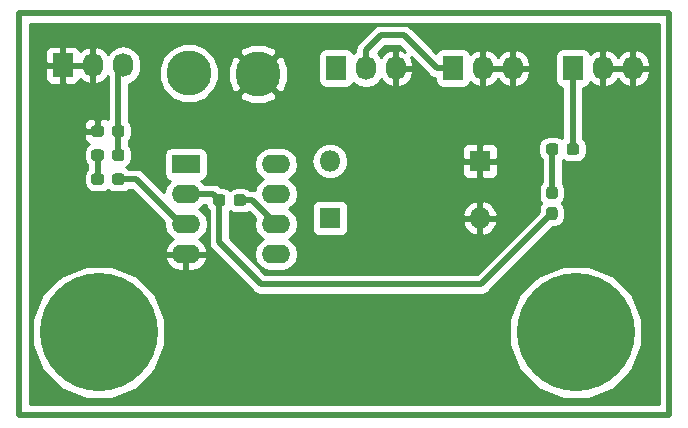
<source format=gbr>
%TF.GenerationSoftware,KiCad,Pcbnew,5.0.2-bee76a0~70~ubuntu18.04.1*%
%TF.CreationDate,2019-07-21T13:21:52-06:00*%
%TF.ProjectId,MX+ Distortion Pedal,4d582b20-4469-4737-946f-7274696f6e20,rev?*%
%TF.SameCoordinates,Original*%
%TF.FileFunction,Copper,L2,Bot*%
%TF.FilePolarity,Positive*%
%FSLAX46Y46*%
G04 Gerber Fmt 4.6, Leading zero omitted, Abs format (unit mm)*
G04 Created by KiCad (PCBNEW 5.0.2-bee76a0~70~ubuntu18.04.1) date Sun 21 Jul 2019 01:21:52 PM MDT*
%MOMM*%
%LPD*%
G01*
G04 APERTURE LIST*
%ADD10C,0.500000*%
%ADD11C,10.000000*%
%ADD12C,0.100000*%
%ADD13C,0.950000*%
%ADD14O,1.800000X1.800000*%
%ADD15R,1.800000X1.800000*%
%ADD16O,1.730000X2.030000*%
%ADD17R,1.730000X2.030000*%
%ADD18O,2.400000X1.600000*%
%ADD19R,2.400000X1.600000*%
%ADD20C,3.810000*%
%ADD21C,0.508000*%
%ADD22C,0.254000*%
G04 APERTURE END LIST*
D10*
X40000000Y-70000000D02*
X95000000Y-70000000D01*
X95000000Y-36000000D02*
X95000000Y-70000000D01*
X40000000Y-36000000D02*
X40000000Y-70000000D01*
X40000000Y-36000000D02*
X95000000Y-36000000D01*
D11*
X87122000Y-62992000D03*
X46736000Y-62992000D03*
D12*
G36*
X46933779Y-45500144D02*
X46956834Y-45503563D01*
X46979443Y-45509227D01*
X47001387Y-45517079D01*
X47022457Y-45527044D01*
X47042448Y-45539026D01*
X47061168Y-45552910D01*
X47078438Y-45568562D01*
X47094090Y-45585832D01*
X47107974Y-45604552D01*
X47119956Y-45624543D01*
X47129921Y-45645613D01*
X47137773Y-45667557D01*
X47143437Y-45690166D01*
X47146856Y-45713221D01*
X47148000Y-45736500D01*
X47148000Y-46211500D01*
X47146856Y-46234779D01*
X47143437Y-46257834D01*
X47137773Y-46280443D01*
X47129921Y-46302387D01*
X47119956Y-46323457D01*
X47107974Y-46343448D01*
X47094090Y-46362168D01*
X47078438Y-46379438D01*
X47061168Y-46395090D01*
X47042448Y-46408974D01*
X47022457Y-46420956D01*
X47001387Y-46430921D01*
X46979443Y-46438773D01*
X46956834Y-46444437D01*
X46933779Y-46447856D01*
X46910500Y-46449000D01*
X46335500Y-46449000D01*
X46312221Y-46447856D01*
X46289166Y-46444437D01*
X46266557Y-46438773D01*
X46244613Y-46430921D01*
X46223543Y-46420956D01*
X46203552Y-46408974D01*
X46184832Y-46395090D01*
X46167562Y-46379438D01*
X46151910Y-46362168D01*
X46138026Y-46343448D01*
X46126044Y-46323457D01*
X46116079Y-46302387D01*
X46108227Y-46280443D01*
X46102563Y-46257834D01*
X46099144Y-46234779D01*
X46098000Y-46211500D01*
X46098000Y-45736500D01*
X46099144Y-45713221D01*
X46102563Y-45690166D01*
X46108227Y-45667557D01*
X46116079Y-45645613D01*
X46126044Y-45624543D01*
X46138026Y-45604552D01*
X46151910Y-45585832D01*
X46167562Y-45568562D01*
X46184832Y-45552910D01*
X46203552Y-45539026D01*
X46223543Y-45527044D01*
X46244613Y-45517079D01*
X46266557Y-45509227D01*
X46289166Y-45503563D01*
X46312221Y-45500144D01*
X46335500Y-45499000D01*
X46910500Y-45499000D01*
X46933779Y-45500144D01*
X46933779Y-45500144D01*
G37*
D13*
X46623000Y-45974000D03*
D12*
G36*
X48683779Y-45500144D02*
X48706834Y-45503563D01*
X48729443Y-45509227D01*
X48751387Y-45517079D01*
X48772457Y-45527044D01*
X48792448Y-45539026D01*
X48811168Y-45552910D01*
X48828438Y-45568562D01*
X48844090Y-45585832D01*
X48857974Y-45604552D01*
X48869956Y-45624543D01*
X48879921Y-45645613D01*
X48887773Y-45667557D01*
X48893437Y-45690166D01*
X48896856Y-45713221D01*
X48898000Y-45736500D01*
X48898000Y-46211500D01*
X48896856Y-46234779D01*
X48893437Y-46257834D01*
X48887773Y-46280443D01*
X48879921Y-46302387D01*
X48869956Y-46323457D01*
X48857974Y-46343448D01*
X48844090Y-46362168D01*
X48828438Y-46379438D01*
X48811168Y-46395090D01*
X48792448Y-46408974D01*
X48772457Y-46420956D01*
X48751387Y-46430921D01*
X48729443Y-46438773D01*
X48706834Y-46444437D01*
X48683779Y-46447856D01*
X48660500Y-46449000D01*
X48085500Y-46449000D01*
X48062221Y-46447856D01*
X48039166Y-46444437D01*
X48016557Y-46438773D01*
X47994613Y-46430921D01*
X47973543Y-46420956D01*
X47953552Y-46408974D01*
X47934832Y-46395090D01*
X47917562Y-46379438D01*
X47901910Y-46362168D01*
X47888026Y-46343448D01*
X47876044Y-46323457D01*
X47866079Y-46302387D01*
X47858227Y-46280443D01*
X47852563Y-46257834D01*
X47849144Y-46234779D01*
X47848000Y-46211500D01*
X47848000Y-45736500D01*
X47849144Y-45713221D01*
X47852563Y-45690166D01*
X47858227Y-45667557D01*
X47866079Y-45645613D01*
X47876044Y-45624543D01*
X47888026Y-45604552D01*
X47901910Y-45585832D01*
X47917562Y-45568562D01*
X47934832Y-45552910D01*
X47953552Y-45539026D01*
X47973543Y-45527044D01*
X47994613Y-45517079D01*
X48016557Y-45509227D01*
X48039166Y-45503563D01*
X48062221Y-45500144D01*
X48085500Y-45499000D01*
X48660500Y-45499000D01*
X48683779Y-45500144D01*
X48683779Y-45500144D01*
G37*
D13*
X48373000Y-45974000D03*
D12*
G36*
X48683779Y-47532144D02*
X48706834Y-47535563D01*
X48729443Y-47541227D01*
X48751387Y-47549079D01*
X48772457Y-47559044D01*
X48792448Y-47571026D01*
X48811168Y-47584910D01*
X48828438Y-47600562D01*
X48844090Y-47617832D01*
X48857974Y-47636552D01*
X48869956Y-47656543D01*
X48879921Y-47677613D01*
X48887773Y-47699557D01*
X48893437Y-47722166D01*
X48896856Y-47745221D01*
X48898000Y-47768500D01*
X48898000Y-48243500D01*
X48896856Y-48266779D01*
X48893437Y-48289834D01*
X48887773Y-48312443D01*
X48879921Y-48334387D01*
X48869956Y-48355457D01*
X48857974Y-48375448D01*
X48844090Y-48394168D01*
X48828438Y-48411438D01*
X48811168Y-48427090D01*
X48792448Y-48440974D01*
X48772457Y-48452956D01*
X48751387Y-48462921D01*
X48729443Y-48470773D01*
X48706834Y-48476437D01*
X48683779Y-48479856D01*
X48660500Y-48481000D01*
X48085500Y-48481000D01*
X48062221Y-48479856D01*
X48039166Y-48476437D01*
X48016557Y-48470773D01*
X47994613Y-48462921D01*
X47973543Y-48452956D01*
X47953552Y-48440974D01*
X47934832Y-48427090D01*
X47917562Y-48411438D01*
X47901910Y-48394168D01*
X47888026Y-48375448D01*
X47876044Y-48355457D01*
X47866079Y-48334387D01*
X47858227Y-48312443D01*
X47852563Y-48289834D01*
X47849144Y-48266779D01*
X47848000Y-48243500D01*
X47848000Y-47768500D01*
X47849144Y-47745221D01*
X47852563Y-47722166D01*
X47858227Y-47699557D01*
X47866079Y-47677613D01*
X47876044Y-47656543D01*
X47888026Y-47636552D01*
X47901910Y-47617832D01*
X47917562Y-47600562D01*
X47934832Y-47584910D01*
X47953552Y-47571026D01*
X47973543Y-47559044D01*
X47994613Y-47549079D01*
X48016557Y-47541227D01*
X48039166Y-47535563D01*
X48062221Y-47532144D01*
X48085500Y-47531000D01*
X48660500Y-47531000D01*
X48683779Y-47532144D01*
X48683779Y-47532144D01*
G37*
D13*
X48373000Y-48006000D03*
D12*
G36*
X46933779Y-47532144D02*
X46956834Y-47535563D01*
X46979443Y-47541227D01*
X47001387Y-47549079D01*
X47022457Y-47559044D01*
X47042448Y-47571026D01*
X47061168Y-47584910D01*
X47078438Y-47600562D01*
X47094090Y-47617832D01*
X47107974Y-47636552D01*
X47119956Y-47656543D01*
X47129921Y-47677613D01*
X47137773Y-47699557D01*
X47143437Y-47722166D01*
X47146856Y-47745221D01*
X47148000Y-47768500D01*
X47148000Y-48243500D01*
X47146856Y-48266779D01*
X47143437Y-48289834D01*
X47137773Y-48312443D01*
X47129921Y-48334387D01*
X47119956Y-48355457D01*
X47107974Y-48375448D01*
X47094090Y-48394168D01*
X47078438Y-48411438D01*
X47061168Y-48427090D01*
X47042448Y-48440974D01*
X47022457Y-48452956D01*
X47001387Y-48462921D01*
X46979443Y-48470773D01*
X46956834Y-48476437D01*
X46933779Y-48479856D01*
X46910500Y-48481000D01*
X46335500Y-48481000D01*
X46312221Y-48479856D01*
X46289166Y-48476437D01*
X46266557Y-48470773D01*
X46244613Y-48462921D01*
X46223543Y-48452956D01*
X46203552Y-48440974D01*
X46184832Y-48427090D01*
X46167562Y-48411438D01*
X46151910Y-48394168D01*
X46138026Y-48375448D01*
X46126044Y-48355457D01*
X46116079Y-48334387D01*
X46108227Y-48312443D01*
X46102563Y-48289834D01*
X46099144Y-48266779D01*
X46098000Y-48243500D01*
X46098000Y-47768500D01*
X46099144Y-47745221D01*
X46102563Y-47722166D01*
X46108227Y-47699557D01*
X46116079Y-47677613D01*
X46126044Y-47656543D01*
X46138026Y-47636552D01*
X46151910Y-47617832D01*
X46167562Y-47600562D01*
X46184832Y-47584910D01*
X46203552Y-47571026D01*
X46223543Y-47559044D01*
X46244613Y-47549079D01*
X46266557Y-47541227D01*
X46289166Y-47535563D01*
X46312221Y-47532144D01*
X46335500Y-47531000D01*
X46910500Y-47531000D01*
X46933779Y-47532144D01*
X46933779Y-47532144D01*
G37*
D13*
X46623000Y-48006000D03*
D12*
G36*
X85350779Y-50671144D02*
X85373834Y-50674563D01*
X85396443Y-50680227D01*
X85418387Y-50688079D01*
X85439457Y-50698044D01*
X85459448Y-50710026D01*
X85478168Y-50723910D01*
X85495438Y-50739562D01*
X85511090Y-50756832D01*
X85524974Y-50775552D01*
X85536956Y-50795543D01*
X85546921Y-50816613D01*
X85554773Y-50838557D01*
X85560437Y-50861166D01*
X85563856Y-50884221D01*
X85565000Y-50907500D01*
X85565000Y-51482500D01*
X85563856Y-51505779D01*
X85560437Y-51528834D01*
X85554773Y-51551443D01*
X85546921Y-51573387D01*
X85536956Y-51594457D01*
X85524974Y-51614448D01*
X85511090Y-51633168D01*
X85495438Y-51650438D01*
X85478168Y-51666090D01*
X85459448Y-51679974D01*
X85439457Y-51691956D01*
X85418387Y-51701921D01*
X85396443Y-51709773D01*
X85373834Y-51715437D01*
X85350779Y-51718856D01*
X85327500Y-51720000D01*
X84852500Y-51720000D01*
X84829221Y-51718856D01*
X84806166Y-51715437D01*
X84783557Y-51709773D01*
X84761613Y-51701921D01*
X84740543Y-51691956D01*
X84720552Y-51679974D01*
X84701832Y-51666090D01*
X84684562Y-51650438D01*
X84668910Y-51633168D01*
X84655026Y-51614448D01*
X84643044Y-51594457D01*
X84633079Y-51573387D01*
X84625227Y-51551443D01*
X84619563Y-51528834D01*
X84616144Y-51505779D01*
X84615000Y-51482500D01*
X84615000Y-50907500D01*
X84616144Y-50884221D01*
X84619563Y-50861166D01*
X84625227Y-50838557D01*
X84633079Y-50816613D01*
X84643044Y-50795543D01*
X84655026Y-50775552D01*
X84668910Y-50756832D01*
X84684562Y-50739562D01*
X84701832Y-50723910D01*
X84720552Y-50710026D01*
X84740543Y-50698044D01*
X84761613Y-50688079D01*
X84783557Y-50680227D01*
X84806166Y-50674563D01*
X84829221Y-50671144D01*
X84852500Y-50670000D01*
X85327500Y-50670000D01*
X85350779Y-50671144D01*
X85350779Y-50671144D01*
G37*
D13*
X85090000Y-51195000D03*
D12*
G36*
X85350779Y-52421144D02*
X85373834Y-52424563D01*
X85396443Y-52430227D01*
X85418387Y-52438079D01*
X85439457Y-52448044D01*
X85459448Y-52460026D01*
X85478168Y-52473910D01*
X85495438Y-52489562D01*
X85511090Y-52506832D01*
X85524974Y-52525552D01*
X85536956Y-52545543D01*
X85546921Y-52566613D01*
X85554773Y-52588557D01*
X85560437Y-52611166D01*
X85563856Y-52634221D01*
X85565000Y-52657500D01*
X85565000Y-53232500D01*
X85563856Y-53255779D01*
X85560437Y-53278834D01*
X85554773Y-53301443D01*
X85546921Y-53323387D01*
X85536956Y-53344457D01*
X85524974Y-53364448D01*
X85511090Y-53383168D01*
X85495438Y-53400438D01*
X85478168Y-53416090D01*
X85459448Y-53429974D01*
X85439457Y-53441956D01*
X85418387Y-53451921D01*
X85396443Y-53459773D01*
X85373834Y-53465437D01*
X85350779Y-53468856D01*
X85327500Y-53470000D01*
X84852500Y-53470000D01*
X84829221Y-53468856D01*
X84806166Y-53465437D01*
X84783557Y-53459773D01*
X84761613Y-53451921D01*
X84740543Y-53441956D01*
X84720552Y-53429974D01*
X84701832Y-53416090D01*
X84684562Y-53400438D01*
X84668910Y-53383168D01*
X84655026Y-53364448D01*
X84643044Y-53344457D01*
X84633079Y-53323387D01*
X84625227Y-53301443D01*
X84619563Y-53278834D01*
X84616144Y-53255779D01*
X84615000Y-53232500D01*
X84615000Y-52657500D01*
X84616144Y-52634221D01*
X84619563Y-52611166D01*
X84625227Y-52588557D01*
X84633079Y-52566613D01*
X84643044Y-52545543D01*
X84655026Y-52525552D01*
X84668910Y-52506832D01*
X84684562Y-52489562D01*
X84701832Y-52473910D01*
X84720552Y-52460026D01*
X84740543Y-52448044D01*
X84761613Y-52438079D01*
X84783557Y-52430227D01*
X84806166Y-52424563D01*
X84829221Y-52421144D01*
X84852500Y-52420000D01*
X85327500Y-52420000D01*
X85350779Y-52421144D01*
X85350779Y-52421144D01*
G37*
D13*
X85090000Y-52945000D03*
D14*
X78994000Y-53340000D03*
D15*
X66294000Y-53340000D03*
D14*
X66294000Y-48514000D03*
D15*
X78994000Y-48514000D03*
D16*
X71882000Y-40640000D03*
X69342000Y-40640000D03*
D17*
X66802000Y-40640000D03*
D16*
X91948000Y-40640000D03*
X89408000Y-40640000D03*
D17*
X86868000Y-40640000D03*
D16*
X48768000Y-40386000D03*
X46228000Y-40386000D03*
D17*
X43688000Y-40386000D03*
D16*
X81788000Y-40640000D03*
X79248000Y-40640000D03*
D17*
X76708000Y-40640000D03*
D12*
G36*
X87178779Y-47024144D02*
X87201834Y-47027563D01*
X87224443Y-47033227D01*
X87246387Y-47041079D01*
X87267457Y-47051044D01*
X87287448Y-47063026D01*
X87306168Y-47076910D01*
X87323438Y-47092562D01*
X87339090Y-47109832D01*
X87352974Y-47128552D01*
X87364956Y-47148543D01*
X87374921Y-47169613D01*
X87382773Y-47191557D01*
X87388437Y-47214166D01*
X87391856Y-47237221D01*
X87393000Y-47260500D01*
X87393000Y-47735500D01*
X87391856Y-47758779D01*
X87388437Y-47781834D01*
X87382773Y-47804443D01*
X87374921Y-47826387D01*
X87364956Y-47847457D01*
X87352974Y-47867448D01*
X87339090Y-47886168D01*
X87323438Y-47903438D01*
X87306168Y-47919090D01*
X87287448Y-47932974D01*
X87267457Y-47944956D01*
X87246387Y-47954921D01*
X87224443Y-47962773D01*
X87201834Y-47968437D01*
X87178779Y-47971856D01*
X87155500Y-47973000D01*
X86580500Y-47973000D01*
X86557221Y-47971856D01*
X86534166Y-47968437D01*
X86511557Y-47962773D01*
X86489613Y-47954921D01*
X86468543Y-47944956D01*
X86448552Y-47932974D01*
X86429832Y-47919090D01*
X86412562Y-47903438D01*
X86396910Y-47886168D01*
X86383026Y-47867448D01*
X86371044Y-47847457D01*
X86361079Y-47826387D01*
X86353227Y-47804443D01*
X86347563Y-47781834D01*
X86344144Y-47758779D01*
X86343000Y-47735500D01*
X86343000Y-47260500D01*
X86344144Y-47237221D01*
X86347563Y-47214166D01*
X86353227Y-47191557D01*
X86361079Y-47169613D01*
X86371044Y-47148543D01*
X86383026Y-47128552D01*
X86396910Y-47109832D01*
X86412562Y-47092562D01*
X86429832Y-47076910D01*
X86448552Y-47063026D01*
X86468543Y-47051044D01*
X86489613Y-47041079D01*
X86511557Y-47033227D01*
X86534166Y-47027563D01*
X86557221Y-47024144D01*
X86580500Y-47023000D01*
X87155500Y-47023000D01*
X87178779Y-47024144D01*
X87178779Y-47024144D01*
G37*
D13*
X86868000Y-47498000D03*
D12*
G36*
X85428779Y-47024144D02*
X85451834Y-47027563D01*
X85474443Y-47033227D01*
X85496387Y-47041079D01*
X85517457Y-47051044D01*
X85537448Y-47063026D01*
X85556168Y-47076910D01*
X85573438Y-47092562D01*
X85589090Y-47109832D01*
X85602974Y-47128552D01*
X85614956Y-47148543D01*
X85624921Y-47169613D01*
X85632773Y-47191557D01*
X85638437Y-47214166D01*
X85641856Y-47237221D01*
X85643000Y-47260500D01*
X85643000Y-47735500D01*
X85641856Y-47758779D01*
X85638437Y-47781834D01*
X85632773Y-47804443D01*
X85624921Y-47826387D01*
X85614956Y-47847457D01*
X85602974Y-47867448D01*
X85589090Y-47886168D01*
X85573438Y-47903438D01*
X85556168Y-47919090D01*
X85537448Y-47932974D01*
X85517457Y-47944956D01*
X85496387Y-47954921D01*
X85474443Y-47962773D01*
X85451834Y-47968437D01*
X85428779Y-47971856D01*
X85405500Y-47973000D01*
X84830500Y-47973000D01*
X84807221Y-47971856D01*
X84784166Y-47968437D01*
X84761557Y-47962773D01*
X84739613Y-47954921D01*
X84718543Y-47944956D01*
X84698552Y-47932974D01*
X84679832Y-47919090D01*
X84662562Y-47903438D01*
X84646910Y-47886168D01*
X84633026Y-47867448D01*
X84621044Y-47847457D01*
X84611079Y-47826387D01*
X84603227Y-47804443D01*
X84597563Y-47781834D01*
X84594144Y-47758779D01*
X84593000Y-47735500D01*
X84593000Y-47260500D01*
X84594144Y-47237221D01*
X84597563Y-47214166D01*
X84603227Y-47191557D01*
X84611079Y-47169613D01*
X84621044Y-47148543D01*
X84633026Y-47128552D01*
X84646910Y-47109832D01*
X84662562Y-47092562D01*
X84679832Y-47076910D01*
X84698552Y-47063026D01*
X84718543Y-47051044D01*
X84739613Y-47041079D01*
X84761557Y-47033227D01*
X84784166Y-47027563D01*
X84807221Y-47024144D01*
X84830500Y-47023000D01*
X85405500Y-47023000D01*
X85428779Y-47024144D01*
X85428779Y-47024144D01*
G37*
D13*
X85118000Y-47498000D03*
D12*
G36*
X46933779Y-49564144D02*
X46956834Y-49567563D01*
X46979443Y-49573227D01*
X47001387Y-49581079D01*
X47022457Y-49591044D01*
X47042448Y-49603026D01*
X47061168Y-49616910D01*
X47078438Y-49632562D01*
X47094090Y-49649832D01*
X47107974Y-49668552D01*
X47119956Y-49688543D01*
X47129921Y-49709613D01*
X47137773Y-49731557D01*
X47143437Y-49754166D01*
X47146856Y-49777221D01*
X47148000Y-49800500D01*
X47148000Y-50275500D01*
X47146856Y-50298779D01*
X47143437Y-50321834D01*
X47137773Y-50344443D01*
X47129921Y-50366387D01*
X47119956Y-50387457D01*
X47107974Y-50407448D01*
X47094090Y-50426168D01*
X47078438Y-50443438D01*
X47061168Y-50459090D01*
X47042448Y-50472974D01*
X47022457Y-50484956D01*
X47001387Y-50494921D01*
X46979443Y-50502773D01*
X46956834Y-50508437D01*
X46933779Y-50511856D01*
X46910500Y-50513000D01*
X46335500Y-50513000D01*
X46312221Y-50511856D01*
X46289166Y-50508437D01*
X46266557Y-50502773D01*
X46244613Y-50494921D01*
X46223543Y-50484956D01*
X46203552Y-50472974D01*
X46184832Y-50459090D01*
X46167562Y-50443438D01*
X46151910Y-50426168D01*
X46138026Y-50407448D01*
X46126044Y-50387457D01*
X46116079Y-50366387D01*
X46108227Y-50344443D01*
X46102563Y-50321834D01*
X46099144Y-50298779D01*
X46098000Y-50275500D01*
X46098000Y-49800500D01*
X46099144Y-49777221D01*
X46102563Y-49754166D01*
X46108227Y-49731557D01*
X46116079Y-49709613D01*
X46126044Y-49688543D01*
X46138026Y-49668552D01*
X46151910Y-49649832D01*
X46167562Y-49632562D01*
X46184832Y-49616910D01*
X46203552Y-49603026D01*
X46223543Y-49591044D01*
X46244613Y-49581079D01*
X46266557Y-49573227D01*
X46289166Y-49567563D01*
X46312221Y-49564144D01*
X46335500Y-49563000D01*
X46910500Y-49563000D01*
X46933779Y-49564144D01*
X46933779Y-49564144D01*
G37*
D13*
X46623000Y-50038000D03*
D12*
G36*
X48683779Y-49564144D02*
X48706834Y-49567563D01*
X48729443Y-49573227D01*
X48751387Y-49581079D01*
X48772457Y-49591044D01*
X48792448Y-49603026D01*
X48811168Y-49616910D01*
X48828438Y-49632562D01*
X48844090Y-49649832D01*
X48857974Y-49668552D01*
X48869956Y-49688543D01*
X48879921Y-49709613D01*
X48887773Y-49731557D01*
X48893437Y-49754166D01*
X48896856Y-49777221D01*
X48898000Y-49800500D01*
X48898000Y-50275500D01*
X48896856Y-50298779D01*
X48893437Y-50321834D01*
X48887773Y-50344443D01*
X48879921Y-50366387D01*
X48869956Y-50387457D01*
X48857974Y-50407448D01*
X48844090Y-50426168D01*
X48828438Y-50443438D01*
X48811168Y-50459090D01*
X48792448Y-50472974D01*
X48772457Y-50484956D01*
X48751387Y-50494921D01*
X48729443Y-50502773D01*
X48706834Y-50508437D01*
X48683779Y-50511856D01*
X48660500Y-50513000D01*
X48085500Y-50513000D01*
X48062221Y-50511856D01*
X48039166Y-50508437D01*
X48016557Y-50502773D01*
X47994613Y-50494921D01*
X47973543Y-50484956D01*
X47953552Y-50472974D01*
X47934832Y-50459090D01*
X47917562Y-50443438D01*
X47901910Y-50426168D01*
X47888026Y-50407448D01*
X47876044Y-50387457D01*
X47866079Y-50366387D01*
X47858227Y-50344443D01*
X47852563Y-50321834D01*
X47849144Y-50298779D01*
X47848000Y-50275500D01*
X47848000Y-49800500D01*
X47849144Y-49777221D01*
X47852563Y-49754166D01*
X47858227Y-49731557D01*
X47866079Y-49709613D01*
X47876044Y-49688543D01*
X47888026Y-49668552D01*
X47901910Y-49649832D01*
X47917562Y-49632562D01*
X47934832Y-49616910D01*
X47953552Y-49603026D01*
X47973543Y-49591044D01*
X47994613Y-49581079D01*
X48016557Y-49573227D01*
X48039166Y-49567563D01*
X48062221Y-49564144D01*
X48085500Y-49563000D01*
X48660500Y-49563000D01*
X48683779Y-49564144D01*
X48683779Y-49564144D01*
G37*
D13*
X48373000Y-50038000D03*
D12*
G36*
X57234779Y-51342144D02*
X57257834Y-51345563D01*
X57280443Y-51351227D01*
X57302387Y-51359079D01*
X57323457Y-51369044D01*
X57343448Y-51381026D01*
X57362168Y-51394910D01*
X57379438Y-51410562D01*
X57395090Y-51427832D01*
X57408974Y-51446552D01*
X57420956Y-51466543D01*
X57430921Y-51487613D01*
X57438773Y-51509557D01*
X57444437Y-51532166D01*
X57447856Y-51555221D01*
X57449000Y-51578500D01*
X57449000Y-52053500D01*
X57447856Y-52076779D01*
X57444437Y-52099834D01*
X57438773Y-52122443D01*
X57430921Y-52144387D01*
X57420956Y-52165457D01*
X57408974Y-52185448D01*
X57395090Y-52204168D01*
X57379438Y-52221438D01*
X57362168Y-52237090D01*
X57343448Y-52250974D01*
X57323457Y-52262956D01*
X57302387Y-52272921D01*
X57280443Y-52280773D01*
X57257834Y-52286437D01*
X57234779Y-52289856D01*
X57211500Y-52291000D01*
X56636500Y-52291000D01*
X56613221Y-52289856D01*
X56590166Y-52286437D01*
X56567557Y-52280773D01*
X56545613Y-52272921D01*
X56524543Y-52262956D01*
X56504552Y-52250974D01*
X56485832Y-52237090D01*
X56468562Y-52221438D01*
X56452910Y-52204168D01*
X56439026Y-52185448D01*
X56427044Y-52165457D01*
X56417079Y-52144387D01*
X56409227Y-52122443D01*
X56403563Y-52099834D01*
X56400144Y-52076779D01*
X56399000Y-52053500D01*
X56399000Y-51578500D01*
X56400144Y-51555221D01*
X56403563Y-51532166D01*
X56409227Y-51509557D01*
X56417079Y-51487613D01*
X56427044Y-51466543D01*
X56439026Y-51446552D01*
X56452910Y-51427832D01*
X56468562Y-51410562D01*
X56485832Y-51394910D01*
X56504552Y-51381026D01*
X56524543Y-51369044D01*
X56545613Y-51359079D01*
X56567557Y-51351227D01*
X56590166Y-51345563D01*
X56613221Y-51342144D01*
X56636500Y-51341000D01*
X57211500Y-51341000D01*
X57234779Y-51342144D01*
X57234779Y-51342144D01*
G37*
D13*
X56924000Y-51816000D03*
D12*
G36*
X58984779Y-51342144D02*
X59007834Y-51345563D01*
X59030443Y-51351227D01*
X59052387Y-51359079D01*
X59073457Y-51369044D01*
X59093448Y-51381026D01*
X59112168Y-51394910D01*
X59129438Y-51410562D01*
X59145090Y-51427832D01*
X59158974Y-51446552D01*
X59170956Y-51466543D01*
X59180921Y-51487613D01*
X59188773Y-51509557D01*
X59194437Y-51532166D01*
X59197856Y-51555221D01*
X59199000Y-51578500D01*
X59199000Y-52053500D01*
X59197856Y-52076779D01*
X59194437Y-52099834D01*
X59188773Y-52122443D01*
X59180921Y-52144387D01*
X59170956Y-52165457D01*
X59158974Y-52185448D01*
X59145090Y-52204168D01*
X59129438Y-52221438D01*
X59112168Y-52237090D01*
X59093448Y-52250974D01*
X59073457Y-52262956D01*
X59052387Y-52272921D01*
X59030443Y-52280773D01*
X59007834Y-52286437D01*
X58984779Y-52289856D01*
X58961500Y-52291000D01*
X58386500Y-52291000D01*
X58363221Y-52289856D01*
X58340166Y-52286437D01*
X58317557Y-52280773D01*
X58295613Y-52272921D01*
X58274543Y-52262956D01*
X58254552Y-52250974D01*
X58235832Y-52237090D01*
X58218562Y-52221438D01*
X58202910Y-52204168D01*
X58189026Y-52185448D01*
X58177044Y-52165457D01*
X58167079Y-52144387D01*
X58159227Y-52122443D01*
X58153563Y-52099834D01*
X58150144Y-52076779D01*
X58149000Y-52053500D01*
X58149000Y-51578500D01*
X58150144Y-51555221D01*
X58153563Y-51532166D01*
X58159227Y-51509557D01*
X58167079Y-51487613D01*
X58177044Y-51466543D01*
X58189026Y-51446552D01*
X58202910Y-51427832D01*
X58218562Y-51410562D01*
X58235832Y-51394910D01*
X58254552Y-51381026D01*
X58274543Y-51369044D01*
X58295613Y-51359079D01*
X58317557Y-51351227D01*
X58340166Y-51345563D01*
X58363221Y-51342144D01*
X58386500Y-51341000D01*
X58961500Y-51341000D01*
X58984779Y-51342144D01*
X58984779Y-51342144D01*
G37*
D13*
X58674000Y-51816000D03*
D18*
X61722000Y-48768000D03*
X54102000Y-56388000D03*
X61722000Y-51308000D03*
X54102000Y-53848000D03*
X61722000Y-53848000D03*
X54102000Y-51308000D03*
X61722000Y-56388000D03*
D19*
X54102000Y-48768000D03*
D20*
X54356000Y-41097200D03*
X60198000Y-41148000D03*
D21*
X48373000Y-40781000D02*
X48768000Y-40386000D01*
X48373000Y-45974000D02*
X48373000Y-40781000D01*
X48373000Y-45974000D02*
X48373000Y-48006000D01*
X46623000Y-48006000D02*
X46623000Y-50038000D01*
X85118000Y-51167000D02*
X85090000Y-51195000D01*
X85118000Y-47498000D02*
X85118000Y-51167000D01*
X56416000Y-51308000D02*
X56924000Y-51816000D01*
X54102000Y-51308000D02*
X56416000Y-51308000D01*
X60452000Y-58928000D02*
X56924000Y-55400000D01*
X56924000Y-52391000D02*
X56924000Y-51816000D01*
X56924000Y-55400000D02*
X56924000Y-52391000D01*
X85090000Y-52945000D02*
X79107000Y-58928000D01*
X79107000Y-58928000D02*
X60452000Y-58928000D01*
X59690000Y-51816000D02*
X61722000Y-53848000D01*
X58674000Y-51816000D02*
X59690000Y-51816000D01*
X69342000Y-39117000D02*
X70613000Y-37846000D01*
X69342000Y-40640000D02*
X69342000Y-39117000D01*
X75335000Y-40640000D02*
X76708000Y-40640000D01*
X72541000Y-37846000D02*
X75335000Y-40640000D01*
X70613000Y-37846000D02*
X72541000Y-37846000D01*
X86868000Y-40640000D02*
X86868000Y-47498000D01*
X53702000Y-53848000D02*
X54102000Y-53848000D01*
X49892000Y-50038000D02*
X53702000Y-53848000D01*
X48373000Y-50038000D02*
X49892000Y-50038000D01*
D22*
G36*
X94115001Y-69115000D02*
X40885000Y-69115000D01*
X40885000Y-61871129D01*
X41101000Y-61871129D01*
X41101000Y-64112871D01*
X41958878Y-66183971D01*
X43544029Y-67769122D01*
X45615129Y-68627000D01*
X47856871Y-68627000D01*
X49927971Y-67769122D01*
X51513122Y-66183971D01*
X52371000Y-64112871D01*
X52371000Y-61871129D01*
X81487000Y-61871129D01*
X81487000Y-64112871D01*
X82344878Y-66183971D01*
X83930029Y-67769122D01*
X86001129Y-68627000D01*
X88242871Y-68627000D01*
X90313971Y-67769122D01*
X91899122Y-66183971D01*
X92757000Y-64112871D01*
X92757000Y-61871129D01*
X91899122Y-59800029D01*
X90313971Y-58214878D01*
X88242871Y-57357000D01*
X86001129Y-57357000D01*
X83930029Y-58214878D01*
X82344878Y-59800029D01*
X81487000Y-61871129D01*
X52371000Y-61871129D01*
X51513122Y-59800029D01*
X49927971Y-58214878D01*
X47856871Y-57357000D01*
X45615129Y-57357000D01*
X43544029Y-58214878D01*
X41958878Y-59800029D01*
X41101000Y-61871129D01*
X40885000Y-61871129D01*
X40885000Y-56737039D01*
X52310096Y-56737039D01*
X52327633Y-56819819D01*
X52597500Y-57312896D01*
X53035517Y-57665166D01*
X53575000Y-57823000D01*
X53975000Y-57823000D01*
X53975000Y-56515000D01*
X54229000Y-56515000D01*
X54229000Y-57823000D01*
X54629000Y-57823000D01*
X55168483Y-57665166D01*
X55606500Y-57312896D01*
X55876367Y-56819819D01*
X55893904Y-56737039D01*
X55771915Y-56515000D01*
X54229000Y-56515000D01*
X53975000Y-56515000D01*
X52432085Y-56515000D01*
X52310096Y-56737039D01*
X40885000Y-56737039D01*
X40885000Y-47768500D01*
X45450560Y-47768500D01*
X45450560Y-48243500D01*
X45517922Y-48582152D01*
X45709753Y-48869247D01*
X45734000Y-48885449D01*
X45734001Y-49158551D01*
X45709753Y-49174753D01*
X45517922Y-49461848D01*
X45450560Y-49800500D01*
X45450560Y-50275500D01*
X45517922Y-50614152D01*
X45709753Y-50901247D01*
X45996848Y-51093078D01*
X46335500Y-51160440D01*
X46910500Y-51160440D01*
X47249152Y-51093078D01*
X47498000Y-50926803D01*
X47746848Y-51093078D01*
X48085500Y-51160440D01*
X48660500Y-51160440D01*
X48999152Y-51093078D01*
X49247705Y-50927000D01*
X49523765Y-50927000D01*
X52273044Y-53676280D01*
X52238887Y-53848000D01*
X52350260Y-54407909D01*
X52667423Y-54882577D01*
X53023499Y-55120499D01*
X52597500Y-55463104D01*
X52327633Y-55956181D01*
X52310096Y-56038961D01*
X52432085Y-56261000D01*
X53975000Y-56261000D01*
X53975000Y-56241000D01*
X54229000Y-56241000D01*
X54229000Y-56261000D01*
X55771915Y-56261000D01*
X55893904Y-56038961D01*
X55876367Y-55956181D01*
X55606500Y-55463104D01*
X55180501Y-55120499D01*
X55536577Y-54882577D01*
X55853740Y-54407909D01*
X55965113Y-53848000D01*
X55853740Y-53288091D01*
X55536577Y-52813423D01*
X55184242Y-52578000D01*
X55536577Y-52342577D01*
X55633848Y-52197000D01*
X55780104Y-52197000D01*
X55818922Y-52392152D01*
X56010753Y-52679247D01*
X56035001Y-52695449D01*
X56035000Y-55312445D01*
X56017584Y-55400000D01*
X56035000Y-55487555D01*
X56086581Y-55746869D01*
X56283067Y-56040933D01*
X56357296Y-56090531D01*
X59761471Y-59494707D01*
X59811067Y-59568933D01*
X60105130Y-59765419D01*
X60364444Y-59817000D01*
X60364448Y-59817000D01*
X60451999Y-59834415D01*
X60539550Y-59817000D01*
X79019445Y-59817000D01*
X79107000Y-59834416D01*
X79194555Y-59817000D01*
X79194556Y-59817000D01*
X79453870Y-59765419D01*
X79747933Y-59568933D01*
X79797531Y-59494704D01*
X85174796Y-54117440D01*
X85327500Y-54117440D01*
X85666152Y-54050078D01*
X85953247Y-53858247D01*
X86145078Y-53571152D01*
X86212440Y-53232500D01*
X86212440Y-52657500D01*
X86145078Y-52318848D01*
X85978803Y-52070000D01*
X86145078Y-51821152D01*
X86212440Y-51482500D01*
X86212440Y-50907500D01*
X86145078Y-50568848D01*
X86007000Y-50362200D01*
X86007000Y-48396157D01*
X86241848Y-48553078D01*
X86580500Y-48620440D01*
X87155500Y-48620440D01*
X87494152Y-48553078D01*
X87781247Y-48361247D01*
X87973078Y-48074152D01*
X88040440Y-47735500D01*
X88040440Y-47260500D01*
X87973078Y-46921848D01*
X87781247Y-46634753D01*
X87757000Y-46618552D01*
X87757000Y-42297666D01*
X87980765Y-42253157D01*
X88190809Y-42112809D01*
X88331157Y-41902765D01*
X88348787Y-41814130D01*
X88507143Y-41990793D01*
X89035240Y-42244131D01*
X89048754Y-42246346D01*
X89281000Y-42125224D01*
X89281000Y-40767000D01*
X89535000Y-40767000D01*
X89535000Y-42125224D01*
X89767246Y-42246346D01*
X89780760Y-42244131D01*
X90308857Y-41990793D01*
X90678000Y-41578973D01*
X91047143Y-41990793D01*
X91575240Y-42244131D01*
X91588754Y-42246346D01*
X91821000Y-42125224D01*
X91821000Y-40767000D01*
X92075000Y-40767000D01*
X92075000Y-42125224D01*
X92307246Y-42246346D01*
X92320760Y-42244131D01*
X92848857Y-41990793D01*
X93239807Y-41554645D01*
X93434091Y-41002087D01*
X93290222Y-40767000D01*
X92075000Y-40767000D01*
X91821000Y-40767000D01*
X89535000Y-40767000D01*
X89281000Y-40767000D01*
X89261000Y-40767000D01*
X89261000Y-40513000D01*
X89281000Y-40513000D01*
X89281000Y-39154776D01*
X89535000Y-39154776D01*
X89535000Y-40513000D01*
X91821000Y-40513000D01*
X91821000Y-39154776D01*
X92075000Y-39154776D01*
X92075000Y-40513000D01*
X93290222Y-40513000D01*
X93434091Y-40277913D01*
X93239807Y-39725355D01*
X92848857Y-39289207D01*
X92320760Y-39035869D01*
X92307246Y-39033654D01*
X92075000Y-39154776D01*
X91821000Y-39154776D01*
X91588754Y-39033654D01*
X91575240Y-39035869D01*
X91047143Y-39289207D01*
X90678000Y-39701027D01*
X90308857Y-39289207D01*
X89780760Y-39035869D01*
X89767246Y-39033654D01*
X89535000Y-39154776D01*
X89281000Y-39154776D01*
X89048754Y-39033654D01*
X89035240Y-39035869D01*
X88507143Y-39289207D01*
X88348787Y-39465870D01*
X88331157Y-39377235D01*
X88190809Y-39167191D01*
X87980765Y-39026843D01*
X87733000Y-38977560D01*
X86003000Y-38977560D01*
X85755235Y-39026843D01*
X85545191Y-39167191D01*
X85404843Y-39377235D01*
X85355560Y-39625000D01*
X85355560Y-41655000D01*
X85404843Y-41902765D01*
X85545191Y-42112809D01*
X85755235Y-42253157D01*
X85979000Y-42297666D01*
X85979001Y-46599843D01*
X85744152Y-46442922D01*
X85405500Y-46375560D01*
X84830500Y-46375560D01*
X84491848Y-46442922D01*
X84204753Y-46634753D01*
X84012922Y-46921848D01*
X83945560Y-47260500D01*
X83945560Y-47735500D01*
X84012922Y-48074152D01*
X84204753Y-48361247D01*
X84229000Y-48377449D01*
X84229001Y-50280251D01*
X84226753Y-50281753D01*
X84034922Y-50568848D01*
X83967560Y-50907500D01*
X83967560Y-51482500D01*
X84034922Y-51821152D01*
X84201197Y-52070000D01*
X84034922Y-52318848D01*
X83967560Y-52657500D01*
X83967560Y-52810204D01*
X78738765Y-58039000D01*
X60820236Y-58039000D01*
X57813000Y-55031765D01*
X57813000Y-52714157D01*
X58047848Y-52871078D01*
X58386500Y-52938440D01*
X58961500Y-52938440D01*
X59300152Y-52871078D01*
X59412664Y-52795900D01*
X59959409Y-53342644D01*
X59858887Y-53848000D01*
X59970260Y-54407909D01*
X60287423Y-54882577D01*
X60639758Y-55118000D01*
X60287423Y-55353423D01*
X59970260Y-55828091D01*
X59858887Y-56388000D01*
X59970260Y-56947909D01*
X60287423Y-57422577D01*
X60762091Y-57739740D01*
X61180667Y-57823000D01*
X62263333Y-57823000D01*
X62681909Y-57739740D01*
X63156577Y-57422577D01*
X63473740Y-56947909D01*
X63585113Y-56388000D01*
X63473740Y-55828091D01*
X63156577Y-55353423D01*
X62804242Y-55118000D01*
X63156577Y-54882577D01*
X63473740Y-54407909D01*
X63585113Y-53848000D01*
X63473740Y-53288091D01*
X63156577Y-52813423D01*
X62804242Y-52578000D01*
X63010773Y-52440000D01*
X64746560Y-52440000D01*
X64746560Y-54240000D01*
X64795843Y-54487765D01*
X64936191Y-54697809D01*
X65146235Y-54838157D01*
X65394000Y-54887440D01*
X67194000Y-54887440D01*
X67441765Y-54838157D01*
X67651809Y-54697809D01*
X67792157Y-54487765D01*
X67841440Y-54240000D01*
X67841440Y-53704740D01*
X77502964Y-53704740D01*
X77681760Y-54136417D01*
X78086424Y-54577966D01*
X78629258Y-54831046D01*
X78867000Y-54710997D01*
X78867000Y-53467000D01*
X79121000Y-53467000D01*
X79121000Y-54710997D01*
X79358742Y-54831046D01*
X79901576Y-54577966D01*
X80306240Y-54136417D01*
X80485036Y-53704740D01*
X80364378Y-53467000D01*
X79121000Y-53467000D01*
X78867000Y-53467000D01*
X77623622Y-53467000D01*
X77502964Y-53704740D01*
X67841440Y-53704740D01*
X67841440Y-52975260D01*
X77502964Y-52975260D01*
X77623622Y-53213000D01*
X78867000Y-53213000D01*
X78867000Y-51969003D01*
X79121000Y-51969003D01*
X79121000Y-53213000D01*
X80364378Y-53213000D01*
X80485036Y-52975260D01*
X80306240Y-52543583D01*
X79901576Y-52102034D01*
X79358742Y-51848954D01*
X79121000Y-51969003D01*
X78867000Y-51969003D01*
X78629258Y-51848954D01*
X78086424Y-52102034D01*
X77681760Y-52543583D01*
X77502964Y-52975260D01*
X67841440Y-52975260D01*
X67841440Y-52440000D01*
X67792157Y-52192235D01*
X67651809Y-51982191D01*
X67441765Y-51841843D01*
X67194000Y-51792560D01*
X65394000Y-51792560D01*
X65146235Y-51841843D01*
X64936191Y-51982191D01*
X64795843Y-52192235D01*
X64746560Y-52440000D01*
X63010773Y-52440000D01*
X63156577Y-52342577D01*
X63473740Y-51867909D01*
X63585113Y-51308000D01*
X63473740Y-50748091D01*
X63156577Y-50273423D01*
X62804242Y-50038000D01*
X63156577Y-49802577D01*
X63473740Y-49327909D01*
X63585113Y-48768000D01*
X63534590Y-48514000D01*
X64728928Y-48514000D01*
X64848062Y-49112927D01*
X65187327Y-49620673D01*
X65695073Y-49959938D01*
X66142818Y-50049000D01*
X66445182Y-50049000D01*
X66892927Y-49959938D01*
X67400673Y-49620673D01*
X67739938Y-49112927D01*
X67802232Y-48799750D01*
X77459000Y-48799750D01*
X77459000Y-49540310D01*
X77555673Y-49773699D01*
X77734302Y-49952327D01*
X77967691Y-50049000D01*
X78708250Y-50049000D01*
X78867000Y-49890250D01*
X78867000Y-48641000D01*
X79121000Y-48641000D01*
X79121000Y-49890250D01*
X79279750Y-50049000D01*
X80020309Y-50049000D01*
X80253698Y-49952327D01*
X80432327Y-49773699D01*
X80529000Y-49540310D01*
X80529000Y-48799750D01*
X80370250Y-48641000D01*
X79121000Y-48641000D01*
X78867000Y-48641000D01*
X77617750Y-48641000D01*
X77459000Y-48799750D01*
X67802232Y-48799750D01*
X67859072Y-48514000D01*
X67739938Y-47915073D01*
X67454370Y-47487690D01*
X77459000Y-47487690D01*
X77459000Y-48228250D01*
X77617750Y-48387000D01*
X78867000Y-48387000D01*
X78867000Y-47137750D01*
X79121000Y-47137750D01*
X79121000Y-48387000D01*
X80370250Y-48387000D01*
X80529000Y-48228250D01*
X80529000Y-47487690D01*
X80432327Y-47254301D01*
X80253698Y-47075673D01*
X80020309Y-46979000D01*
X79279750Y-46979000D01*
X79121000Y-47137750D01*
X78867000Y-47137750D01*
X78708250Y-46979000D01*
X77967691Y-46979000D01*
X77734302Y-47075673D01*
X77555673Y-47254301D01*
X77459000Y-47487690D01*
X67454370Y-47487690D01*
X67400673Y-47407327D01*
X66892927Y-47068062D01*
X66445182Y-46979000D01*
X66142818Y-46979000D01*
X65695073Y-47068062D01*
X65187327Y-47407327D01*
X64848062Y-47915073D01*
X64728928Y-48514000D01*
X63534590Y-48514000D01*
X63473740Y-48208091D01*
X63156577Y-47733423D01*
X62681909Y-47416260D01*
X62263333Y-47333000D01*
X61180667Y-47333000D01*
X60762091Y-47416260D01*
X60287423Y-47733423D01*
X59970260Y-48208091D01*
X59858887Y-48768000D01*
X59970260Y-49327909D01*
X60287423Y-49802577D01*
X60639758Y-50038000D01*
X60287423Y-50273423D01*
X59970260Y-50748091D01*
X59928693Y-50957063D01*
X59777556Y-50927000D01*
X59777555Y-50927000D01*
X59690000Y-50909584D01*
X59602445Y-50927000D01*
X59548705Y-50927000D01*
X59300152Y-50760922D01*
X58961500Y-50693560D01*
X58386500Y-50693560D01*
X58047848Y-50760922D01*
X57799000Y-50927197D01*
X57550152Y-50760922D01*
X57211500Y-50693560D01*
X57074635Y-50693560D01*
X57056933Y-50667067D01*
X56762870Y-50470581D01*
X56503556Y-50419000D01*
X56503555Y-50419000D01*
X56416000Y-50401584D01*
X56328445Y-50419000D01*
X55633848Y-50419000D01*
X55536577Y-50273423D01*
X55415894Y-50192785D01*
X55549765Y-50166157D01*
X55759809Y-50025809D01*
X55900157Y-49815765D01*
X55949440Y-49568000D01*
X55949440Y-47968000D01*
X55900157Y-47720235D01*
X55759809Y-47510191D01*
X55549765Y-47369843D01*
X55302000Y-47320560D01*
X52902000Y-47320560D01*
X52654235Y-47369843D01*
X52444191Y-47510191D01*
X52303843Y-47720235D01*
X52254560Y-47968000D01*
X52254560Y-49568000D01*
X52303843Y-49815765D01*
X52444191Y-50025809D01*
X52654235Y-50166157D01*
X52788106Y-50192785D01*
X52667423Y-50273423D01*
X52350260Y-50748091D01*
X52268809Y-51157573D01*
X50582531Y-49471296D01*
X50532933Y-49397067D01*
X50238870Y-49200581D01*
X49979556Y-49149000D01*
X49979555Y-49149000D01*
X49892000Y-49131584D01*
X49804445Y-49149000D01*
X49247705Y-49149000D01*
X49057636Y-49022000D01*
X49286247Y-48869247D01*
X49478078Y-48582152D01*
X49545440Y-48243500D01*
X49545440Y-47768500D01*
X49478078Y-47429848D01*
X49286247Y-47142753D01*
X49262000Y-47126552D01*
X49262000Y-46853448D01*
X49286247Y-46837247D01*
X49478078Y-46550152D01*
X49545440Y-46211500D01*
X49545440Y-45736500D01*
X49478078Y-45397848D01*
X49286247Y-45110753D01*
X49262000Y-45094552D01*
X49262000Y-41967123D01*
X49353271Y-41948968D01*
X49849439Y-41617439D01*
X50180968Y-41121270D01*
X50268000Y-40683732D01*
X50268000Y-40591962D01*
X51816000Y-40591962D01*
X51816000Y-41602438D01*
X52202692Y-42535995D01*
X52917205Y-43250508D01*
X53850762Y-43637200D01*
X54861238Y-43637200D01*
X55794795Y-43250508D01*
X56090863Y-42954440D01*
X58571165Y-42954440D01*
X58780353Y-43315289D01*
X59717650Y-43692824D01*
X60728077Y-43682933D01*
X61615647Y-43315289D01*
X61824835Y-42954440D01*
X60198000Y-41327605D01*
X58571165Y-42954440D01*
X56090863Y-42954440D01*
X56509308Y-42535995D01*
X56896000Y-41602438D01*
X56896000Y-40667650D01*
X57653176Y-40667650D01*
X57663067Y-41678077D01*
X58030711Y-42565647D01*
X58391560Y-42774835D01*
X60018395Y-41148000D01*
X60377605Y-41148000D01*
X62004440Y-42774835D01*
X62365289Y-42565647D01*
X62742824Y-41628350D01*
X62732933Y-40617923D01*
X62365289Y-39730353D01*
X62183556Y-39625000D01*
X65289560Y-39625000D01*
X65289560Y-41655000D01*
X65338843Y-41902765D01*
X65479191Y-42112809D01*
X65689235Y-42253157D01*
X65937000Y-42302440D01*
X67667000Y-42302440D01*
X67914765Y-42253157D01*
X68124809Y-42112809D01*
X68265157Y-41902765D01*
X68270118Y-41877825D01*
X68756730Y-42202968D01*
X69342000Y-42319386D01*
X69927271Y-42202968D01*
X70423439Y-41871439D01*
X70615929Y-41583357D01*
X70981143Y-41990793D01*
X71509240Y-42244131D01*
X71522754Y-42246346D01*
X71755000Y-42125224D01*
X71755000Y-40767000D01*
X72009000Y-40767000D01*
X72009000Y-42125224D01*
X72241246Y-42246346D01*
X72254760Y-42244131D01*
X72782857Y-41990793D01*
X73173807Y-41554645D01*
X73368091Y-41002087D01*
X73224222Y-40767000D01*
X72009000Y-40767000D01*
X71755000Y-40767000D01*
X71735000Y-40767000D01*
X71735000Y-40513000D01*
X71755000Y-40513000D01*
X71755000Y-39154776D01*
X71522754Y-39033654D01*
X71509240Y-39035869D01*
X70981143Y-39289207D01*
X70615929Y-39696643D01*
X70423439Y-39408561D01*
X70354043Y-39362192D01*
X70981236Y-38735000D01*
X72172765Y-38735000D01*
X72675443Y-39237679D01*
X72254760Y-39035869D01*
X72241246Y-39033654D01*
X72009000Y-39154776D01*
X72009000Y-40513000D01*
X73224222Y-40513000D01*
X73368091Y-40277913D01*
X73179603Y-39741838D01*
X74644471Y-41206707D01*
X74694067Y-41280933D01*
X74988130Y-41477419D01*
X75195560Y-41518680D01*
X75195560Y-41655000D01*
X75244843Y-41902765D01*
X75385191Y-42112809D01*
X75595235Y-42253157D01*
X75843000Y-42302440D01*
X77573000Y-42302440D01*
X77820765Y-42253157D01*
X78030809Y-42112809D01*
X78171157Y-41902765D01*
X78188787Y-41814130D01*
X78347143Y-41990793D01*
X78875240Y-42244131D01*
X78888754Y-42246346D01*
X79121000Y-42125224D01*
X79121000Y-40767000D01*
X79375000Y-40767000D01*
X79375000Y-42125224D01*
X79607246Y-42246346D01*
X79620760Y-42244131D01*
X80148857Y-41990793D01*
X80518000Y-41578973D01*
X80887143Y-41990793D01*
X81415240Y-42244131D01*
X81428754Y-42246346D01*
X81661000Y-42125224D01*
X81661000Y-40767000D01*
X81915000Y-40767000D01*
X81915000Y-42125224D01*
X82147246Y-42246346D01*
X82160760Y-42244131D01*
X82688857Y-41990793D01*
X83079807Y-41554645D01*
X83274091Y-41002087D01*
X83130222Y-40767000D01*
X81915000Y-40767000D01*
X81661000Y-40767000D01*
X79375000Y-40767000D01*
X79121000Y-40767000D01*
X79101000Y-40767000D01*
X79101000Y-40513000D01*
X79121000Y-40513000D01*
X79121000Y-39154776D01*
X79375000Y-39154776D01*
X79375000Y-40513000D01*
X81661000Y-40513000D01*
X81661000Y-39154776D01*
X81915000Y-39154776D01*
X81915000Y-40513000D01*
X83130222Y-40513000D01*
X83274091Y-40277913D01*
X83079807Y-39725355D01*
X82688857Y-39289207D01*
X82160760Y-39035869D01*
X82147246Y-39033654D01*
X81915000Y-39154776D01*
X81661000Y-39154776D01*
X81428754Y-39033654D01*
X81415240Y-39035869D01*
X80887143Y-39289207D01*
X80518000Y-39701027D01*
X80148857Y-39289207D01*
X79620760Y-39035869D01*
X79607246Y-39033654D01*
X79375000Y-39154776D01*
X79121000Y-39154776D01*
X78888754Y-39033654D01*
X78875240Y-39035869D01*
X78347143Y-39289207D01*
X78188787Y-39465870D01*
X78171157Y-39377235D01*
X78030809Y-39167191D01*
X77820765Y-39026843D01*
X77573000Y-38977560D01*
X75843000Y-38977560D01*
X75595235Y-39026843D01*
X75385191Y-39167191D01*
X75278740Y-39326505D01*
X73231531Y-37279296D01*
X73181933Y-37205067D01*
X72887870Y-37008581D01*
X72628556Y-36957000D01*
X72628555Y-36957000D01*
X72541000Y-36939584D01*
X72453445Y-36957000D01*
X70700550Y-36957000D01*
X70612999Y-36939585D01*
X70525448Y-36957000D01*
X70525444Y-36957000D01*
X70266130Y-37008581D01*
X69972067Y-37205067D01*
X69922471Y-37279293D01*
X68775294Y-38426471D01*
X68701068Y-38476067D01*
X68651472Y-38550293D01*
X68651471Y-38550294D01*
X68504582Y-38770130D01*
X68435584Y-39117000D01*
X68453001Y-39204559D01*
X68453001Y-39279977D01*
X68270118Y-39402175D01*
X68265157Y-39377235D01*
X68124809Y-39167191D01*
X67914765Y-39026843D01*
X67667000Y-38977560D01*
X65937000Y-38977560D01*
X65689235Y-39026843D01*
X65479191Y-39167191D01*
X65338843Y-39377235D01*
X65289560Y-39625000D01*
X62183556Y-39625000D01*
X62004440Y-39521165D01*
X60377605Y-41148000D01*
X60018395Y-41148000D01*
X58391560Y-39521165D01*
X58030711Y-39730353D01*
X57653176Y-40667650D01*
X56896000Y-40667650D01*
X56896000Y-40591962D01*
X56509308Y-39658405D01*
X56192463Y-39341560D01*
X58571165Y-39341560D01*
X60198000Y-40968395D01*
X61824835Y-39341560D01*
X61615647Y-38980711D01*
X60678350Y-38603176D01*
X59667923Y-38613067D01*
X58780353Y-38980711D01*
X58571165Y-39341560D01*
X56192463Y-39341560D01*
X55794795Y-38943892D01*
X54861238Y-38557200D01*
X53850762Y-38557200D01*
X52917205Y-38943892D01*
X52202692Y-39658405D01*
X51816000Y-40591962D01*
X50268000Y-40591962D01*
X50268000Y-40088267D01*
X50180968Y-39650729D01*
X49849439Y-39154561D01*
X49353270Y-38823032D01*
X48768000Y-38706614D01*
X48182729Y-38823032D01*
X47686561Y-39154561D01*
X47494071Y-39442643D01*
X47128857Y-39035207D01*
X46600760Y-38781869D01*
X46587246Y-38779654D01*
X46355000Y-38900776D01*
X46355000Y-40259000D01*
X46375000Y-40259000D01*
X46375000Y-40513000D01*
X46355000Y-40513000D01*
X46355000Y-41871224D01*
X46587246Y-41992346D01*
X46600760Y-41990131D01*
X47128857Y-41736793D01*
X47484001Y-41340591D01*
X47484000Y-44950857D01*
X47274309Y-44864000D01*
X46908750Y-44864000D01*
X46750000Y-45022750D01*
X46750000Y-45847000D01*
X46770000Y-45847000D01*
X46770000Y-46101000D01*
X46750000Y-46101000D01*
X46750000Y-46121000D01*
X46496000Y-46121000D01*
X46496000Y-46101000D01*
X45621750Y-46101000D01*
X45463000Y-46259750D01*
X45463000Y-46575310D01*
X45559673Y-46808699D01*
X45738302Y-46987327D01*
X45864273Y-47039506D01*
X45709753Y-47142753D01*
X45517922Y-47429848D01*
X45450560Y-47768500D01*
X40885000Y-47768500D01*
X40885000Y-45372690D01*
X45463000Y-45372690D01*
X45463000Y-45688250D01*
X45621750Y-45847000D01*
X46496000Y-45847000D01*
X46496000Y-45022750D01*
X46337250Y-44864000D01*
X45971691Y-44864000D01*
X45738302Y-44960673D01*
X45559673Y-45139301D01*
X45463000Y-45372690D01*
X40885000Y-45372690D01*
X40885000Y-40671750D01*
X42188000Y-40671750D01*
X42188000Y-41527309D01*
X42284673Y-41760698D01*
X42463301Y-41939327D01*
X42696690Y-42036000D01*
X43402250Y-42036000D01*
X43561000Y-41877250D01*
X43561000Y-40513000D01*
X43815000Y-40513000D01*
X43815000Y-41877250D01*
X43973750Y-42036000D01*
X44679310Y-42036000D01*
X44912699Y-41939327D01*
X45091327Y-41760698D01*
X45172630Y-41564416D01*
X45327143Y-41736793D01*
X45855240Y-41990131D01*
X45868754Y-41992346D01*
X46101000Y-41871224D01*
X46101000Y-40513000D01*
X43815000Y-40513000D01*
X43561000Y-40513000D01*
X42346750Y-40513000D01*
X42188000Y-40671750D01*
X40885000Y-40671750D01*
X40885000Y-39244691D01*
X42188000Y-39244691D01*
X42188000Y-40100250D01*
X42346750Y-40259000D01*
X43561000Y-40259000D01*
X43561000Y-38894750D01*
X43815000Y-38894750D01*
X43815000Y-40259000D01*
X46101000Y-40259000D01*
X46101000Y-38900776D01*
X45868754Y-38779654D01*
X45855240Y-38781869D01*
X45327143Y-39035207D01*
X45172630Y-39207584D01*
X45091327Y-39011302D01*
X44912699Y-38832673D01*
X44679310Y-38736000D01*
X43973750Y-38736000D01*
X43815000Y-38894750D01*
X43561000Y-38894750D01*
X43402250Y-38736000D01*
X42696690Y-38736000D01*
X42463301Y-38832673D01*
X42284673Y-39011302D01*
X42188000Y-39244691D01*
X40885000Y-39244691D01*
X40885000Y-36885000D01*
X94115000Y-36885000D01*
X94115001Y-69115000D01*
X94115001Y-69115000D01*
G37*
X94115001Y-69115000D02*
X40885000Y-69115000D01*
X40885000Y-61871129D01*
X41101000Y-61871129D01*
X41101000Y-64112871D01*
X41958878Y-66183971D01*
X43544029Y-67769122D01*
X45615129Y-68627000D01*
X47856871Y-68627000D01*
X49927971Y-67769122D01*
X51513122Y-66183971D01*
X52371000Y-64112871D01*
X52371000Y-61871129D01*
X81487000Y-61871129D01*
X81487000Y-64112871D01*
X82344878Y-66183971D01*
X83930029Y-67769122D01*
X86001129Y-68627000D01*
X88242871Y-68627000D01*
X90313971Y-67769122D01*
X91899122Y-66183971D01*
X92757000Y-64112871D01*
X92757000Y-61871129D01*
X91899122Y-59800029D01*
X90313971Y-58214878D01*
X88242871Y-57357000D01*
X86001129Y-57357000D01*
X83930029Y-58214878D01*
X82344878Y-59800029D01*
X81487000Y-61871129D01*
X52371000Y-61871129D01*
X51513122Y-59800029D01*
X49927971Y-58214878D01*
X47856871Y-57357000D01*
X45615129Y-57357000D01*
X43544029Y-58214878D01*
X41958878Y-59800029D01*
X41101000Y-61871129D01*
X40885000Y-61871129D01*
X40885000Y-56737039D01*
X52310096Y-56737039D01*
X52327633Y-56819819D01*
X52597500Y-57312896D01*
X53035517Y-57665166D01*
X53575000Y-57823000D01*
X53975000Y-57823000D01*
X53975000Y-56515000D01*
X54229000Y-56515000D01*
X54229000Y-57823000D01*
X54629000Y-57823000D01*
X55168483Y-57665166D01*
X55606500Y-57312896D01*
X55876367Y-56819819D01*
X55893904Y-56737039D01*
X55771915Y-56515000D01*
X54229000Y-56515000D01*
X53975000Y-56515000D01*
X52432085Y-56515000D01*
X52310096Y-56737039D01*
X40885000Y-56737039D01*
X40885000Y-47768500D01*
X45450560Y-47768500D01*
X45450560Y-48243500D01*
X45517922Y-48582152D01*
X45709753Y-48869247D01*
X45734000Y-48885449D01*
X45734001Y-49158551D01*
X45709753Y-49174753D01*
X45517922Y-49461848D01*
X45450560Y-49800500D01*
X45450560Y-50275500D01*
X45517922Y-50614152D01*
X45709753Y-50901247D01*
X45996848Y-51093078D01*
X46335500Y-51160440D01*
X46910500Y-51160440D01*
X47249152Y-51093078D01*
X47498000Y-50926803D01*
X47746848Y-51093078D01*
X48085500Y-51160440D01*
X48660500Y-51160440D01*
X48999152Y-51093078D01*
X49247705Y-50927000D01*
X49523765Y-50927000D01*
X52273044Y-53676280D01*
X52238887Y-53848000D01*
X52350260Y-54407909D01*
X52667423Y-54882577D01*
X53023499Y-55120499D01*
X52597500Y-55463104D01*
X52327633Y-55956181D01*
X52310096Y-56038961D01*
X52432085Y-56261000D01*
X53975000Y-56261000D01*
X53975000Y-56241000D01*
X54229000Y-56241000D01*
X54229000Y-56261000D01*
X55771915Y-56261000D01*
X55893904Y-56038961D01*
X55876367Y-55956181D01*
X55606500Y-55463104D01*
X55180501Y-55120499D01*
X55536577Y-54882577D01*
X55853740Y-54407909D01*
X55965113Y-53848000D01*
X55853740Y-53288091D01*
X55536577Y-52813423D01*
X55184242Y-52578000D01*
X55536577Y-52342577D01*
X55633848Y-52197000D01*
X55780104Y-52197000D01*
X55818922Y-52392152D01*
X56010753Y-52679247D01*
X56035001Y-52695449D01*
X56035000Y-55312445D01*
X56017584Y-55400000D01*
X56035000Y-55487555D01*
X56086581Y-55746869D01*
X56283067Y-56040933D01*
X56357296Y-56090531D01*
X59761471Y-59494707D01*
X59811067Y-59568933D01*
X60105130Y-59765419D01*
X60364444Y-59817000D01*
X60364448Y-59817000D01*
X60451999Y-59834415D01*
X60539550Y-59817000D01*
X79019445Y-59817000D01*
X79107000Y-59834416D01*
X79194555Y-59817000D01*
X79194556Y-59817000D01*
X79453870Y-59765419D01*
X79747933Y-59568933D01*
X79797531Y-59494704D01*
X85174796Y-54117440D01*
X85327500Y-54117440D01*
X85666152Y-54050078D01*
X85953247Y-53858247D01*
X86145078Y-53571152D01*
X86212440Y-53232500D01*
X86212440Y-52657500D01*
X86145078Y-52318848D01*
X85978803Y-52070000D01*
X86145078Y-51821152D01*
X86212440Y-51482500D01*
X86212440Y-50907500D01*
X86145078Y-50568848D01*
X86007000Y-50362200D01*
X86007000Y-48396157D01*
X86241848Y-48553078D01*
X86580500Y-48620440D01*
X87155500Y-48620440D01*
X87494152Y-48553078D01*
X87781247Y-48361247D01*
X87973078Y-48074152D01*
X88040440Y-47735500D01*
X88040440Y-47260500D01*
X87973078Y-46921848D01*
X87781247Y-46634753D01*
X87757000Y-46618552D01*
X87757000Y-42297666D01*
X87980765Y-42253157D01*
X88190809Y-42112809D01*
X88331157Y-41902765D01*
X88348787Y-41814130D01*
X88507143Y-41990793D01*
X89035240Y-42244131D01*
X89048754Y-42246346D01*
X89281000Y-42125224D01*
X89281000Y-40767000D01*
X89535000Y-40767000D01*
X89535000Y-42125224D01*
X89767246Y-42246346D01*
X89780760Y-42244131D01*
X90308857Y-41990793D01*
X90678000Y-41578973D01*
X91047143Y-41990793D01*
X91575240Y-42244131D01*
X91588754Y-42246346D01*
X91821000Y-42125224D01*
X91821000Y-40767000D01*
X92075000Y-40767000D01*
X92075000Y-42125224D01*
X92307246Y-42246346D01*
X92320760Y-42244131D01*
X92848857Y-41990793D01*
X93239807Y-41554645D01*
X93434091Y-41002087D01*
X93290222Y-40767000D01*
X92075000Y-40767000D01*
X91821000Y-40767000D01*
X89535000Y-40767000D01*
X89281000Y-40767000D01*
X89261000Y-40767000D01*
X89261000Y-40513000D01*
X89281000Y-40513000D01*
X89281000Y-39154776D01*
X89535000Y-39154776D01*
X89535000Y-40513000D01*
X91821000Y-40513000D01*
X91821000Y-39154776D01*
X92075000Y-39154776D01*
X92075000Y-40513000D01*
X93290222Y-40513000D01*
X93434091Y-40277913D01*
X93239807Y-39725355D01*
X92848857Y-39289207D01*
X92320760Y-39035869D01*
X92307246Y-39033654D01*
X92075000Y-39154776D01*
X91821000Y-39154776D01*
X91588754Y-39033654D01*
X91575240Y-39035869D01*
X91047143Y-39289207D01*
X90678000Y-39701027D01*
X90308857Y-39289207D01*
X89780760Y-39035869D01*
X89767246Y-39033654D01*
X89535000Y-39154776D01*
X89281000Y-39154776D01*
X89048754Y-39033654D01*
X89035240Y-39035869D01*
X88507143Y-39289207D01*
X88348787Y-39465870D01*
X88331157Y-39377235D01*
X88190809Y-39167191D01*
X87980765Y-39026843D01*
X87733000Y-38977560D01*
X86003000Y-38977560D01*
X85755235Y-39026843D01*
X85545191Y-39167191D01*
X85404843Y-39377235D01*
X85355560Y-39625000D01*
X85355560Y-41655000D01*
X85404843Y-41902765D01*
X85545191Y-42112809D01*
X85755235Y-42253157D01*
X85979000Y-42297666D01*
X85979001Y-46599843D01*
X85744152Y-46442922D01*
X85405500Y-46375560D01*
X84830500Y-46375560D01*
X84491848Y-46442922D01*
X84204753Y-46634753D01*
X84012922Y-46921848D01*
X83945560Y-47260500D01*
X83945560Y-47735500D01*
X84012922Y-48074152D01*
X84204753Y-48361247D01*
X84229000Y-48377449D01*
X84229001Y-50280251D01*
X84226753Y-50281753D01*
X84034922Y-50568848D01*
X83967560Y-50907500D01*
X83967560Y-51482500D01*
X84034922Y-51821152D01*
X84201197Y-52070000D01*
X84034922Y-52318848D01*
X83967560Y-52657500D01*
X83967560Y-52810204D01*
X78738765Y-58039000D01*
X60820236Y-58039000D01*
X57813000Y-55031765D01*
X57813000Y-52714157D01*
X58047848Y-52871078D01*
X58386500Y-52938440D01*
X58961500Y-52938440D01*
X59300152Y-52871078D01*
X59412664Y-52795900D01*
X59959409Y-53342644D01*
X59858887Y-53848000D01*
X59970260Y-54407909D01*
X60287423Y-54882577D01*
X60639758Y-55118000D01*
X60287423Y-55353423D01*
X59970260Y-55828091D01*
X59858887Y-56388000D01*
X59970260Y-56947909D01*
X60287423Y-57422577D01*
X60762091Y-57739740D01*
X61180667Y-57823000D01*
X62263333Y-57823000D01*
X62681909Y-57739740D01*
X63156577Y-57422577D01*
X63473740Y-56947909D01*
X63585113Y-56388000D01*
X63473740Y-55828091D01*
X63156577Y-55353423D01*
X62804242Y-55118000D01*
X63156577Y-54882577D01*
X63473740Y-54407909D01*
X63585113Y-53848000D01*
X63473740Y-53288091D01*
X63156577Y-52813423D01*
X62804242Y-52578000D01*
X63010773Y-52440000D01*
X64746560Y-52440000D01*
X64746560Y-54240000D01*
X64795843Y-54487765D01*
X64936191Y-54697809D01*
X65146235Y-54838157D01*
X65394000Y-54887440D01*
X67194000Y-54887440D01*
X67441765Y-54838157D01*
X67651809Y-54697809D01*
X67792157Y-54487765D01*
X67841440Y-54240000D01*
X67841440Y-53704740D01*
X77502964Y-53704740D01*
X77681760Y-54136417D01*
X78086424Y-54577966D01*
X78629258Y-54831046D01*
X78867000Y-54710997D01*
X78867000Y-53467000D01*
X79121000Y-53467000D01*
X79121000Y-54710997D01*
X79358742Y-54831046D01*
X79901576Y-54577966D01*
X80306240Y-54136417D01*
X80485036Y-53704740D01*
X80364378Y-53467000D01*
X79121000Y-53467000D01*
X78867000Y-53467000D01*
X77623622Y-53467000D01*
X77502964Y-53704740D01*
X67841440Y-53704740D01*
X67841440Y-52975260D01*
X77502964Y-52975260D01*
X77623622Y-53213000D01*
X78867000Y-53213000D01*
X78867000Y-51969003D01*
X79121000Y-51969003D01*
X79121000Y-53213000D01*
X80364378Y-53213000D01*
X80485036Y-52975260D01*
X80306240Y-52543583D01*
X79901576Y-52102034D01*
X79358742Y-51848954D01*
X79121000Y-51969003D01*
X78867000Y-51969003D01*
X78629258Y-51848954D01*
X78086424Y-52102034D01*
X77681760Y-52543583D01*
X77502964Y-52975260D01*
X67841440Y-52975260D01*
X67841440Y-52440000D01*
X67792157Y-52192235D01*
X67651809Y-51982191D01*
X67441765Y-51841843D01*
X67194000Y-51792560D01*
X65394000Y-51792560D01*
X65146235Y-51841843D01*
X64936191Y-51982191D01*
X64795843Y-52192235D01*
X64746560Y-52440000D01*
X63010773Y-52440000D01*
X63156577Y-52342577D01*
X63473740Y-51867909D01*
X63585113Y-51308000D01*
X63473740Y-50748091D01*
X63156577Y-50273423D01*
X62804242Y-50038000D01*
X63156577Y-49802577D01*
X63473740Y-49327909D01*
X63585113Y-48768000D01*
X63534590Y-48514000D01*
X64728928Y-48514000D01*
X64848062Y-49112927D01*
X65187327Y-49620673D01*
X65695073Y-49959938D01*
X66142818Y-50049000D01*
X66445182Y-50049000D01*
X66892927Y-49959938D01*
X67400673Y-49620673D01*
X67739938Y-49112927D01*
X67802232Y-48799750D01*
X77459000Y-48799750D01*
X77459000Y-49540310D01*
X77555673Y-49773699D01*
X77734302Y-49952327D01*
X77967691Y-50049000D01*
X78708250Y-50049000D01*
X78867000Y-49890250D01*
X78867000Y-48641000D01*
X79121000Y-48641000D01*
X79121000Y-49890250D01*
X79279750Y-50049000D01*
X80020309Y-50049000D01*
X80253698Y-49952327D01*
X80432327Y-49773699D01*
X80529000Y-49540310D01*
X80529000Y-48799750D01*
X80370250Y-48641000D01*
X79121000Y-48641000D01*
X78867000Y-48641000D01*
X77617750Y-48641000D01*
X77459000Y-48799750D01*
X67802232Y-48799750D01*
X67859072Y-48514000D01*
X67739938Y-47915073D01*
X67454370Y-47487690D01*
X77459000Y-47487690D01*
X77459000Y-48228250D01*
X77617750Y-48387000D01*
X78867000Y-48387000D01*
X78867000Y-47137750D01*
X79121000Y-47137750D01*
X79121000Y-48387000D01*
X80370250Y-48387000D01*
X80529000Y-48228250D01*
X80529000Y-47487690D01*
X80432327Y-47254301D01*
X80253698Y-47075673D01*
X80020309Y-46979000D01*
X79279750Y-46979000D01*
X79121000Y-47137750D01*
X78867000Y-47137750D01*
X78708250Y-46979000D01*
X77967691Y-46979000D01*
X77734302Y-47075673D01*
X77555673Y-47254301D01*
X77459000Y-47487690D01*
X67454370Y-47487690D01*
X67400673Y-47407327D01*
X66892927Y-47068062D01*
X66445182Y-46979000D01*
X66142818Y-46979000D01*
X65695073Y-47068062D01*
X65187327Y-47407327D01*
X64848062Y-47915073D01*
X64728928Y-48514000D01*
X63534590Y-48514000D01*
X63473740Y-48208091D01*
X63156577Y-47733423D01*
X62681909Y-47416260D01*
X62263333Y-47333000D01*
X61180667Y-47333000D01*
X60762091Y-47416260D01*
X60287423Y-47733423D01*
X59970260Y-48208091D01*
X59858887Y-48768000D01*
X59970260Y-49327909D01*
X60287423Y-49802577D01*
X60639758Y-50038000D01*
X60287423Y-50273423D01*
X59970260Y-50748091D01*
X59928693Y-50957063D01*
X59777556Y-50927000D01*
X59777555Y-50927000D01*
X59690000Y-50909584D01*
X59602445Y-50927000D01*
X59548705Y-50927000D01*
X59300152Y-50760922D01*
X58961500Y-50693560D01*
X58386500Y-50693560D01*
X58047848Y-50760922D01*
X57799000Y-50927197D01*
X57550152Y-50760922D01*
X57211500Y-50693560D01*
X57074635Y-50693560D01*
X57056933Y-50667067D01*
X56762870Y-50470581D01*
X56503556Y-50419000D01*
X56503555Y-50419000D01*
X56416000Y-50401584D01*
X56328445Y-50419000D01*
X55633848Y-50419000D01*
X55536577Y-50273423D01*
X55415894Y-50192785D01*
X55549765Y-50166157D01*
X55759809Y-50025809D01*
X55900157Y-49815765D01*
X55949440Y-49568000D01*
X55949440Y-47968000D01*
X55900157Y-47720235D01*
X55759809Y-47510191D01*
X55549765Y-47369843D01*
X55302000Y-47320560D01*
X52902000Y-47320560D01*
X52654235Y-47369843D01*
X52444191Y-47510191D01*
X52303843Y-47720235D01*
X52254560Y-47968000D01*
X52254560Y-49568000D01*
X52303843Y-49815765D01*
X52444191Y-50025809D01*
X52654235Y-50166157D01*
X52788106Y-50192785D01*
X52667423Y-50273423D01*
X52350260Y-50748091D01*
X52268809Y-51157573D01*
X50582531Y-49471296D01*
X50532933Y-49397067D01*
X50238870Y-49200581D01*
X49979556Y-49149000D01*
X49979555Y-49149000D01*
X49892000Y-49131584D01*
X49804445Y-49149000D01*
X49247705Y-49149000D01*
X49057636Y-49022000D01*
X49286247Y-48869247D01*
X49478078Y-48582152D01*
X49545440Y-48243500D01*
X49545440Y-47768500D01*
X49478078Y-47429848D01*
X49286247Y-47142753D01*
X49262000Y-47126552D01*
X49262000Y-46853448D01*
X49286247Y-46837247D01*
X49478078Y-46550152D01*
X49545440Y-46211500D01*
X49545440Y-45736500D01*
X49478078Y-45397848D01*
X49286247Y-45110753D01*
X49262000Y-45094552D01*
X49262000Y-41967123D01*
X49353271Y-41948968D01*
X49849439Y-41617439D01*
X50180968Y-41121270D01*
X50268000Y-40683732D01*
X50268000Y-40591962D01*
X51816000Y-40591962D01*
X51816000Y-41602438D01*
X52202692Y-42535995D01*
X52917205Y-43250508D01*
X53850762Y-43637200D01*
X54861238Y-43637200D01*
X55794795Y-43250508D01*
X56090863Y-42954440D01*
X58571165Y-42954440D01*
X58780353Y-43315289D01*
X59717650Y-43692824D01*
X60728077Y-43682933D01*
X61615647Y-43315289D01*
X61824835Y-42954440D01*
X60198000Y-41327605D01*
X58571165Y-42954440D01*
X56090863Y-42954440D01*
X56509308Y-42535995D01*
X56896000Y-41602438D01*
X56896000Y-40667650D01*
X57653176Y-40667650D01*
X57663067Y-41678077D01*
X58030711Y-42565647D01*
X58391560Y-42774835D01*
X60018395Y-41148000D01*
X60377605Y-41148000D01*
X62004440Y-42774835D01*
X62365289Y-42565647D01*
X62742824Y-41628350D01*
X62732933Y-40617923D01*
X62365289Y-39730353D01*
X62183556Y-39625000D01*
X65289560Y-39625000D01*
X65289560Y-41655000D01*
X65338843Y-41902765D01*
X65479191Y-42112809D01*
X65689235Y-42253157D01*
X65937000Y-42302440D01*
X67667000Y-42302440D01*
X67914765Y-42253157D01*
X68124809Y-42112809D01*
X68265157Y-41902765D01*
X68270118Y-41877825D01*
X68756730Y-42202968D01*
X69342000Y-42319386D01*
X69927271Y-42202968D01*
X70423439Y-41871439D01*
X70615929Y-41583357D01*
X70981143Y-41990793D01*
X71509240Y-42244131D01*
X71522754Y-42246346D01*
X71755000Y-42125224D01*
X71755000Y-40767000D01*
X72009000Y-40767000D01*
X72009000Y-42125224D01*
X72241246Y-42246346D01*
X72254760Y-42244131D01*
X72782857Y-41990793D01*
X73173807Y-41554645D01*
X73368091Y-41002087D01*
X73224222Y-40767000D01*
X72009000Y-40767000D01*
X71755000Y-40767000D01*
X71735000Y-40767000D01*
X71735000Y-40513000D01*
X71755000Y-40513000D01*
X71755000Y-39154776D01*
X71522754Y-39033654D01*
X71509240Y-39035869D01*
X70981143Y-39289207D01*
X70615929Y-39696643D01*
X70423439Y-39408561D01*
X70354043Y-39362192D01*
X70981236Y-38735000D01*
X72172765Y-38735000D01*
X72675443Y-39237679D01*
X72254760Y-39035869D01*
X72241246Y-39033654D01*
X72009000Y-39154776D01*
X72009000Y-40513000D01*
X73224222Y-40513000D01*
X73368091Y-40277913D01*
X73179603Y-39741838D01*
X74644471Y-41206707D01*
X74694067Y-41280933D01*
X74988130Y-41477419D01*
X75195560Y-41518680D01*
X75195560Y-41655000D01*
X75244843Y-41902765D01*
X75385191Y-42112809D01*
X75595235Y-42253157D01*
X75843000Y-42302440D01*
X77573000Y-42302440D01*
X77820765Y-42253157D01*
X78030809Y-42112809D01*
X78171157Y-41902765D01*
X78188787Y-41814130D01*
X78347143Y-41990793D01*
X78875240Y-42244131D01*
X78888754Y-42246346D01*
X79121000Y-42125224D01*
X79121000Y-40767000D01*
X79375000Y-40767000D01*
X79375000Y-42125224D01*
X79607246Y-42246346D01*
X79620760Y-42244131D01*
X80148857Y-41990793D01*
X80518000Y-41578973D01*
X80887143Y-41990793D01*
X81415240Y-42244131D01*
X81428754Y-42246346D01*
X81661000Y-42125224D01*
X81661000Y-40767000D01*
X81915000Y-40767000D01*
X81915000Y-42125224D01*
X82147246Y-42246346D01*
X82160760Y-42244131D01*
X82688857Y-41990793D01*
X83079807Y-41554645D01*
X83274091Y-41002087D01*
X83130222Y-40767000D01*
X81915000Y-40767000D01*
X81661000Y-40767000D01*
X79375000Y-40767000D01*
X79121000Y-40767000D01*
X79101000Y-40767000D01*
X79101000Y-40513000D01*
X79121000Y-40513000D01*
X79121000Y-39154776D01*
X79375000Y-39154776D01*
X79375000Y-40513000D01*
X81661000Y-40513000D01*
X81661000Y-39154776D01*
X81915000Y-39154776D01*
X81915000Y-40513000D01*
X83130222Y-40513000D01*
X83274091Y-40277913D01*
X83079807Y-39725355D01*
X82688857Y-39289207D01*
X82160760Y-39035869D01*
X82147246Y-39033654D01*
X81915000Y-39154776D01*
X81661000Y-39154776D01*
X81428754Y-39033654D01*
X81415240Y-39035869D01*
X80887143Y-39289207D01*
X80518000Y-39701027D01*
X80148857Y-39289207D01*
X79620760Y-39035869D01*
X79607246Y-39033654D01*
X79375000Y-39154776D01*
X79121000Y-39154776D01*
X78888754Y-39033654D01*
X78875240Y-39035869D01*
X78347143Y-39289207D01*
X78188787Y-39465870D01*
X78171157Y-39377235D01*
X78030809Y-39167191D01*
X77820765Y-39026843D01*
X77573000Y-38977560D01*
X75843000Y-38977560D01*
X75595235Y-39026843D01*
X75385191Y-39167191D01*
X75278740Y-39326505D01*
X73231531Y-37279296D01*
X73181933Y-37205067D01*
X72887870Y-37008581D01*
X72628556Y-36957000D01*
X72628555Y-36957000D01*
X72541000Y-36939584D01*
X72453445Y-36957000D01*
X70700550Y-36957000D01*
X70612999Y-36939585D01*
X70525448Y-36957000D01*
X70525444Y-36957000D01*
X70266130Y-37008581D01*
X69972067Y-37205067D01*
X69922471Y-37279293D01*
X68775294Y-38426471D01*
X68701068Y-38476067D01*
X68651472Y-38550293D01*
X68651471Y-38550294D01*
X68504582Y-38770130D01*
X68435584Y-39117000D01*
X68453001Y-39204559D01*
X68453001Y-39279977D01*
X68270118Y-39402175D01*
X68265157Y-39377235D01*
X68124809Y-39167191D01*
X67914765Y-39026843D01*
X67667000Y-38977560D01*
X65937000Y-38977560D01*
X65689235Y-39026843D01*
X65479191Y-39167191D01*
X65338843Y-39377235D01*
X65289560Y-39625000D01*
X62183556Y-39625000D01*
X62004440Y-39521165D01*
X60377605Y-41148000D01*
X60018395Y-41148000D01*
X58391560Y-39521165D01*
X58030711Y-39730353D01*
X57653176Y-40667650D01*
X56896000Y-40667650D01*
X56896000Y-40591962D01*
X56509308Y-39658405D01*
X56192463Y-39341560D01*
X58571165Y-39341560D01*
X60198000Y-40968395D01*
X61824835Y-39341560D01*
X61615647Y-38980711D01*
X60678350Y-38603176D01*
X59667923Y-38613067D01*
X58780353Y-38980711D01*
X58571165Y-39341560D01*
X56192463Y-39341560D01*
X55794795Y-38943892D01*
X54861238Y-38557200D01*
X53850762Y-38557200D01*
X52917205Y-38943892D01*
X52202692Y-39658405D01*
X51816000Y-40591962D01*
X50268000Y-40591962D01*
X50268000Y-40088267D01*
X50180968Y-39650729D01*
X49849439Y-39154561D01*
X49353270Y-38823032D01*
X48768000Y-38706614D01*
X48182729Y-38823032D01*
X47686561Y-39154561D01*
X47494071Y-39442643D01*
X47128857Y-39035207D01*
X46600760Y-38781869D01*
X46587246Y-38779654D01*
X46355000Y-38900776D01*
X46355000Y-40259000D01*
X46375000Y-40259000D01*
X46375000Y-40513000D01*
X46355000Y-40513000D01*
X46355000Y-41871224D01*
X46587246Y-41992346D01*
X46600760Y-41990131D01*
X47128857Y-41736793D01*
X47484001Y-41340591D01*
X47484000Y-44950857D01*
X47274309Y-44864000D01*
X46908750Y-44864000D01*
X46750000Y-45022750D01*
X46750000Y-45847000D01*
X46770000Y-45847000D01*
X46770000Y-46101000D01*
X46750000Y-46101000D01*
X46750000Y-46121000D01*
X46496000Y-46121000D01*
X46496000Y-46101000D01*
X45621750Y-46101000D01*
X45463000Y-46259750D01*
X45463000Y-46575310D01*
X45559673Y-46808699D01*
X45738302Y-46987327D01*
X45864273Y-47039506D01*
X45709753Y-47142753D01*
X45517922Y-47429848D01*
X45450560Y-47768500D01*
X40885000Y-47768500D01*
X40885000Y-45372690D01*
X45463000Y-45372690D01*
X45463000Y-45688250D01*
X45621750Y-45847000D01*
X46496000Y-45847000D01*
X46496000Y-45022750D01*
X46337250Y-44864000D01*
X45971691Y-44864000D01*
X45738302Y-44960673D01*
X45559673Y-45139301D01*
X45463000Y-45372690D01*
X40885000Y-45372690D01*
X40885000Y-40671750D01*
X42188000Y-40671750D01*
X42188000Y-41527309D01*
X42284673Y-41760698D01*
X42463301Y-41939327D01*
X42696690Y-42036000D01*
X43402250Y-42036000D01*
X43561000Y-41877250D01*
X43561000Y-40513000D01*
X43815000Y-40513000D01*
X43815000Y-41877250D01*
X43973750Y-42036000D01*
X44679310Y-42036000D01*
X44912699Y-41939327D01*
X45091327Y-41760698D01*
X45172630Y-41564416D01*
X45327143Y-41736793D01*
X45855240Y-41990131D01*
X45868754Y-41992346D01*
X46101000Y-41871224D01*
X46101000Y-40513000D01*
X43815000Y-40513000D01*
X43561000Y-40513000D01*
X42346750Y-40513000D01*
X42188000Y-40671750D01*
X40885000Y-40671750D01*
X40885000Y-39244691D01*
X42188000Y-39244691D01*
X42188000Y-40100250D01*
X42346750Y-40259000D01*
X43561000Y-40259000D01*
X43561000Y-38894750D01*
X43815000Y-38894750D01*
X43815000Y-40259000D01*
X46101000Y-40259000D01*
X46101000Y-38900776D01*
X45868754Y-38779654D01*
X45855240Y-38781869D01*
X45327143Y-39035207D01*
X45172630Y-39207584D01*
X45091327Y-39011302D01*
X44912699Y-38832673D01*
X44679310Y-38736000D01*
X43973750Y-38736000D01*
X43815000Y-38894750D01*
X43561000Y-38894750D01*
X43402250Y-38736000D01*
X42696690Y-38736000D01*
X42463301Y-38832673D01*
X42284673Y-39011302D01*
X42188000Y-39244691D01*
X40885000Y-39244691D01*
X40885000Y-36885000D01*
X94115000Y-36885000D01*
X94115001Y-69115000D01*
M02*

</source>
